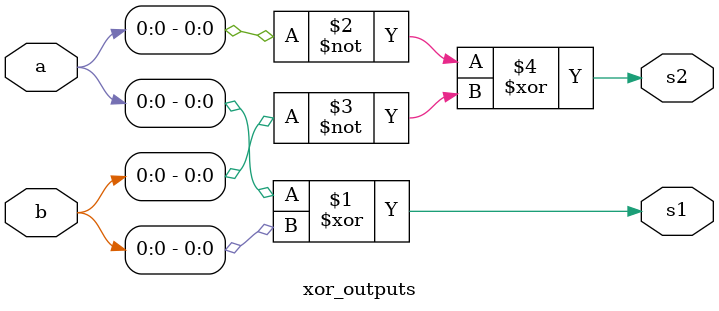
<source format=v>
module xor_outputs(
    output wire s1,
    output wire s2,
    input wire [7:0] a,
    input wire [7:0] b
);

xor u_xor1(s1, a[0] ^ b[0]);
xor u_xor2(s2, (~a[0]) ^ (~b[0]));

endmodule

</source>
